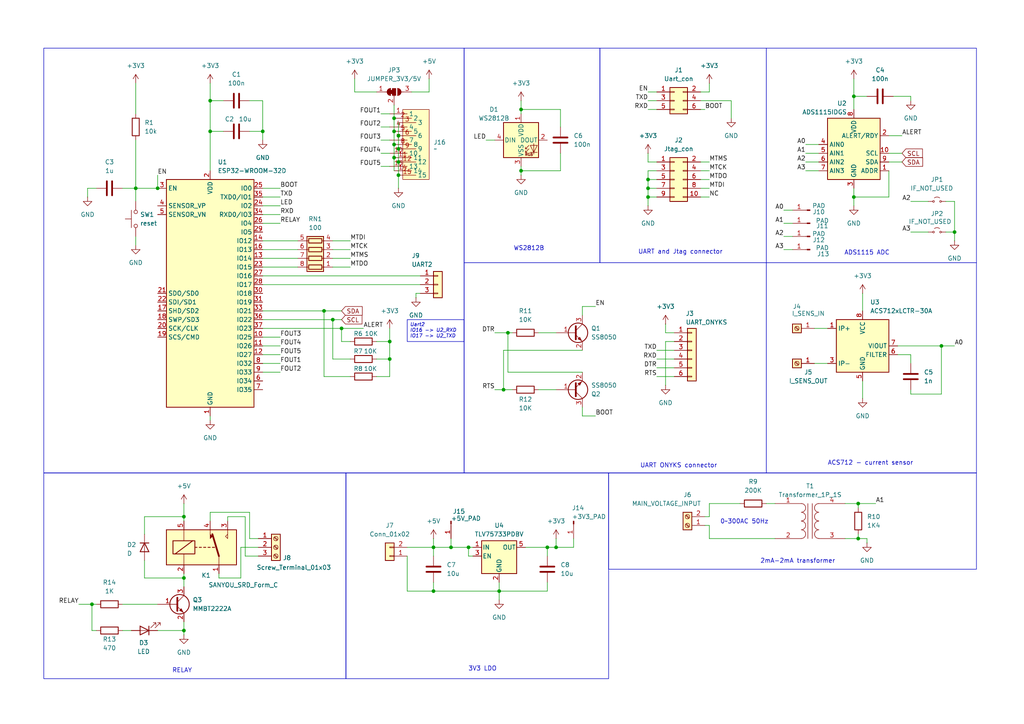
<source format=kicad_sch>
(kicad_sch (version 20231120) (generator "eeschema") (generator_version "8.0")
  (paper "A4")
  (title_block (title "ONYKS_iot_esp32_moitor_power") (rev "V1.1"))
  (junction (at 115.57 50.8))
  (junction (at 114.3 38.1))
  (junction (at 115.57 39.37))
  (junction (at 248.92 156.21))
  (junction (at 26.67 175.26))
  (junction (at 53.34 182.88))
  (junction (at 161.29 158.75))
  (junction (at 39.37 54.61))
  (junction (at 187.96 52.07))
  (junction (at 144.78 171.45))
  (junction (at 273.05 100.33))
  (junction (at 248.92 146.05))
  (junction (at 147.32 96.52))
  (junction (at 115.57 43.18))
  (junction (at 247.65 27.94))
  (junction (at 93.98 90.17))
  (junction (at 115.57 46.99))
  (junction (at 76.2 38.1))
  (junction (at 114.3 41.91))
  (junction (at 187.96 57.15))
  (junction (at 151.13 49.53))
  (junction (at 151.13 31.75))
  (junction (at 60.96 38.1))
  (junction (at 60.96 29.21))
  (junction (at 53.34 167.64))
  (junction (at 247.65 57.15))
  (junction (at 113.03 104.14))
  (junction (at 96.52 92.71))
  (junction (at 146.05 113.03))
  (junction (at 135.89 158.75))
  (junction (at 125.73 171.45))
  (junction (at 99.06 95.25))
  (junction (at 130.81 158.75))
  (junction (at 45.72 54.61))
  (junction (at 187.96 54.61))
  (junction (at 53.34 149.86))
  (junction (at 276.86 67.31))
  (junction (at 114.3 45.72))
  (junction (at 113.03 99.06))
  (junction (at 114.3 34.29))
  (junction (at 125.73 158.75))
  (junction (at 158.75 158.75))
  (wire (pts (xy 146.05 101.6) (xy 146.05 113.03)))
  (wire (pts (xy 146.05 113.03) (xy 148.59 113.03)))
  (wire (pts (xy 203.2 54.61) (xy 205.74 54.61)))
  (wire (pts (xy 63.5 166.37) (xy 63.5 167.64)))
  (wire (pts (xy 72.39 38.1) (xy 76.2 38.1)))
  (wire (pts (xy 60.96 151.13) (xy 60.96 148.59)))
  (wire (pts (xy 203.2 29.21) (xy 212.09 29.21)))
  (wire (pts (xy 115.57 46.99) (xy 115.57 50.8)))
  (wire (pts (xy 115.57 35.56) (xy 115.57 39.37)))
  (wire (pts (xy 161.29 158.75) (xy 158.75 158.75)))
  (wire (pts (xy 120.65 86.36) (xy 120.65 85.09)))
  (wire (pts (xy 247.65 22.86) (xy 247.65 27.94)))
  (wire (pts (xy 227.33 68.58) (xy 229.87 68.58)))
  (wire (pts (xy 53.34 149.86) (xy 53.34 151.13)))
  (wire (pts (xy 53.34 167.64) (xy 53.34 170.18)))
  (wire (pts (xy 248.92 154.94) (xy 248.92 156.21)))
  (wire (pts (xy 135.89 158.75) (xy 137.16 158.75)))
  (wire (pts (xy 236.22 105.41) (xy 240.03 105.41)))
  (wire (pts (xy 156.21 96.52) (xy 161.29 96.52)))
  (wire (pts (xy 45.72 50.8) (xy 45.72 54.61)))
  (wire (pts (xy 93.98 109.22) (xy 93.98 90.17)))
  (wire (pts (xy 113.03 109.22) (xy 109.22 109.22)))
  (wire (pts (xy 251.46 156.21) (xy 251.46 157.48)))
  (wire (pts (xy 53.34 180.34) (xy 53.34 182.88)))
  (wire (pts (xy 205.74 152.4) (xy 205.74 156.21)))
  (wire (pts (xy 260.35 102.87) (xy 264.16 102.87)))
  (wire (pts (xy 259.08 27.94) (xy 264.16 27.94)))
  (wire (pts (xy 247.65 27.94) (xy 251.46 27.94)))
  (wire (pts (xy 118.11 158.75) (xy 125.73 158.75)))
  (wire (pts (xy 193.04 93.98) (xy 193.04 96.52)))
  (wire (pts (xy 193.04 96.52) (xy 195.58 96.52)))
  (wire (pts (xy 248.92 146.05) (xy 254 146.05)))
  (wire (pts (xy 168.91 91.44) (xy 168.91 88.9)))
  (wire (pts (xy 190.5 109.22) (xy 195.58 109.22)))
  (wire (pts (xy 187.96 31.75) (xy 190.5 31.75)))
  (wire (pts (xy 273.05 100.33) (xy 273.05 114.3)))
  (wire (pts (xy 190.5 49.53) (xy 187.96 49.53)))
  (wire (pts (xy 39.37 68.58) (xy 39.37 71.12)))
  (wire (pts (xy 205.74 26.67) (xy 205.74 24.13)))
  (wire (pts (xy 135.89 161.29) (xy 135.89 158.75)))
  (wire (pts (xy 60.96 29.21) (xy 60.96 38.1)))
  (wire (pts (xy 115.57 50.8) (xy 115.57 54.61)))
  (wire (pts (xy 190.5 106.68) (xy 195.58 106.68)))
  (wire (pts (xy 190.5 57.15) (xy 187.96 57.15)))
  (wire (pts (xy 257.81 49.53) (xy 257.81 57.15)))
  (wire (pts (xy 168.91 107.95) (xy 147.32 107.95)))
  (wire (pts (xy 76.2 92.71) (xy 96.52 92.71)))
  (wire (pts (xy 151.13 29.21) (xy 151.13 31.75)))
  (wire (pts (xy 203.2 57.15) (xy 205.74 57.15)))
  (wire (pts (xy 102.87 26.67) (xy 109.22 26.67)))
  (wire (pts (xy 273.05 114.3) (xy 264.16 114.3)))
  (wire (pts (xy 26.67 175.26) (xy 27.94 175.26)))
  (wire (pts (xy 45.72 182.88) (xy 53.34 182.88)))
  (wire (pts (xy 257.81 44.45) (xy 261.62 44.45)))
  (wire (pts (xy 162.56 36.83) (xy 162.56 31.75)))
  (wire (pts (xy 63.5 167.64) (xy 69.85 167.64)))
  (wire (pts (xy 125.73 158.75) (xy 125.73 161.29)))
  (wire (pts (xy 151.13 49.53) (xy 151.13 50.8)))
  (wire (pts (xy 151.13 31.75) (xy 162.56 31.75)))
  (wire (pts (xy 114.3 30.48) (xy 114.3 34.29)))
  (wire (pts (xy 143.51 96.52) (xy 147.32 96.52)))
  (wire (pts (xy 227.33 64.77) (xy 229.87 64.77)))
  (wire (pts (xy 274.32 58.42) (xy 276.86 58.42)))
  (wire (pts (xy 72.39 156.21) (xy 74.93 156.21)))
  (wire (pts (xy 102.87 22.86) (xy 102.87 26.67)))
  (wire (pts (xy 76.2 57.15) (xy 81.28 57.15)))
  (wire (pts (xy 152.4 158.75) (xy 158.75 158.75)))
  (wire (pts (xy 76.2 90.17) (xy 93.98 90.17)))
  (wire (pts (xy 203.2 49.53) (xy 205.74 49.53)))
  (wire (pts (xy 113.03 104.14) (xy 113.03 109.22)))
  (wire (pts (xy 76.2 100.33) (xy 81.28 100.33)))
  (wire (pts (xy 72.39 29.21) (xy 76.2 29.21)))
  (wire (pts (xy 114.3 45.72) (xy 114.3 49.53)))
  (wire (pts (xy 187.96 29.21) (xy 190.5 29.21)))
  (wire (pts (xy 96.52 72.39) (xy 101.6 72.39)))
  (wire (pts (xy 39.37 24.13) (xy 39.37 33.02)))
  (wire (pts (xy 168.91 118.11) (xy 168.91 120.65)))
  (wire (pts (xy 76.2 105.41) (xy 81.28 105.41)))
  (wire (pts (xy 110.49 44.45) (xy 113.03 44.45)))
  (wire (pts (xy 147.32 96.52) (xy 148.59 96.52)))
  (wire (pts (xy 76.2 54.61) (xy 81.28 54.61)))
  (wire (pts (xy 273.05 100.33) (xy 276.86 100.33)))
  (wire (pts (xy 76.2 95.25) (xy 99.06 95.25)))
  (wire (pts (xy 257.81 57.15) (xy 247.65 57.15)))
  (wire (pts (xy 96.52 92.71) (xy 99.06 92.71)))
  (wire (pts (xy 227.33 72.39) (xy 229.87 72.39)))
  (wire (pts (xy 35.56 175.26) (xy 45.72 175.26)))
  (wire (pts (xy 101.6 109.22) (xy 93.98 109.22)))
  (wire (pts (xy 115.57 39.37) (xy 115.57 43.18)))
  (wire (pts (xy 118.11 171.45) (xy 125.73 171.45)))
  (wire (pts (xy 187.96 57.15) (xy 187.96 54.61)))
  (wire (pts (xy 125.73 158.75) (xy 130.81 158.75)))
  (wire (pts (xy 39.37 54.61) (xy 39.37 58.42)))
  (wire (pts (xy 99.06 95.25) (xy 105.41 95.25)))
  (wire (pts (xy 125.73 156.21) (xy 125.73 158.75)))
  (wire (pts (xy 276.86 58.42) (xy 276.86 67.31)))
  (wire (pts (xy 125.73 168.91) (xy 125.73 171.45)))
  (wire (pts (xy 66.04 151.13) (xy 66.04 149.86)))
  (wire (pts (xy 76.2 72.39) (xy 86.36 72.39)))
  (wire (pts (xy 151.13 31.75) (xy 151.13 33.02)))
  (wire (pts (xy 168.91 120.65) (xy 172.72 120.65)))
  (wire (pts (xy 264.16 102.87) (xy 264.16 105.41)))
  (wire (pts (xy 101.6 104.14) (xy 96.52 104.14)))
  (wire (pts (xy 26.67 182.88) (xy 26.67 175.26)))
  (wire (pts (xy 35.56 182.88) (xy 38.1 182.88)))
  (wire (pts (xy 69.85 158.75) (xy 74.93 158.75)))
  (wire (pts (xy 27.94 182.88) (xy 26.67 182.88)))
  (wire (pts (xy 187.96 44.45) (xy 187.96 46.99)))
  (wire (pts (xy 250.19 85.09) (xy 250.19 90.17)))
  (wire (pts (xy 190.5 52.07) (xy 187.96 52.07)))
  (wire (pts (xy 151.13 48.26) (xy 151.13 49.53)))
  (wire (pts (xy 72.39 148.59) (xy 72.39 156.21)))
  (wire (pts (xy 144.78 171.45) (xy 144.78 168.91)))
  (wire (pts (xy 227.33 60.96) (xy 229.87 60.96)))
  (wire (pts (xy 257.81 39.37) (xy 261.62 39.37)))
  (wire (pts (xy 39.37 40.64) (xy 39.37 54.61)))
  (wire (pts (xy 119.38 26.67) (xy 124.46 26.67)))
  (wire (pts (xy 96.52 77.47) (xy 101.6 77.47)))
  (wire (pts (xy 109.22 104.14) (xy 113.03 104.14)))
  (wire (pts (xy 71.12 149.86) (xy 71.12 161.29)))
  (wire (pts (xy 264.16 114.3) (xy 264.16 113.03)))
  (wire (pts (xy 66.04 149.86) (xy 71.12 149.86)))
  (wire (pts (xy 233.68 41.91) (xy 237.49 41.91)))
  (wire (pts (xy 60.96 29.21) (xy 64.77 29.21)))
  (wire (pts (xy 143.51 113.03) (xy 146.05 113.03)))
  (wire (pts (xy 248.92 156.21) (xy 251.46 156.21)))
  (wire (pts (xy 205.74 149.86) (xy 205.74 146.05)))
  (wire (pts (xy 151.13 49.53) (xy 162.56 49.53)))
  (wire (pts (xy 245.11 156.21) (xy 248.92 156.21)))
  (wire (pts (xy 41.91 162.56) (xy 41.91 167.64)))
  (wire (pts (xy 156.21 113.03) (xy 161.29 113.03)))
  (wire (pts (xy 110.49 40.64) (xy 113.03 40.64)))
  (wire (pts (xy 41.91 167.64) (xy 53.34 167.64)))
  (wire (pts (xy 60.96 148.59) (xy 72.39 148.59)))
  (wire (pts (xy 158.75 158.75) (xy 158.75 161.29)))
  (wire (pts (xy 264.16 29.21) (xy 264.16 27.94)))
  (wire (pts (xy 205.74 156.21) (xy 224.79 156.21)))
  (wire (pts (xy 130.81 158.75) (xy 135.89 158.75)))
  (wire (pts (xy 109.22 99.06) (xy 113.03 99.06)))
  (wire (pts (xy 147.32 107.95) (xy 147.32 96.52)))
  (wire (pts (xy 247.65 57.15) (xy 247.65 59.69)))
  (wire (pts (xy 193.04 111.76) (xy 193.04 99.06)))
  (wire (pts (xy 99.06 99.06) (xy 99.06 95.25)))
  (wire (pts (xy 222.25 146.05) (xy 224.79 146.05)))
  (wire (pts (xy 190.5 101.6) (xy 195.58 101.6)))
  (wire (pts (xy 114.3 41.91) (xy 114.3 45.72)))
  (wire (pts (xy 137.16 161.29) (xy 135.89 161.29)))
  (wire (pts (xy 110.49 48.26) (xy 113.03 48.26)))
  (wire (pts (xy 190.5 104.14) (xy 195.58 104.14)))
  (wire (pts (xy 39.37 54.61) (xy 45.72 54.61)))
  (wire (pts (xy 187.96 52.07) (xy 187.96 54.61)))
  (wire (pts (xy 60.96 120.65) (xy 60.96 121.92)))
  (wire (pts (xy 110.49 36.83) (xy 113.03 36.83)))
  (wire (pts (xy 257.81 46.99) (xy 261.62 46.99)))
  (wire (pts (xy 187.96 49.53) (xy 187.96 52.07)))
  (wire (pts (xy 113.03 99.06) (xy 113.03 104.14)))
  (wire (pts (xy 76.2 64.77) (xy 81.28 64.77)))
  (wire (pts (xy 93.98 90.17) (xy 99.06 90.17)))
  (wire (pts (xy 76.2 80.01) (xy 121.92 80.01)))
  (wire (pts (xy 76.2 97.79) (xy 81.28 97.79)))
  (wire (pts (xy 187.96 54.61) (xy 190.5 54.61)))
  (wire (pts (xy 233.68 46.99) (xy 237.49 46.99)))
  (wire (pts (xy 53.34 167.64) (xy 53.34 166.37)))
  (wire (pts (xy 124.46 26.67) (xy 124.46 22.86)))
  (wire (pts (xy 115.57 43.18) (xy 115.57 46.99)))
  (wire (pts (xy 203.2 26.67) (xy 205.74 26.67)))
  (wire (pts (xy 166.37 156.21) (xy 166.37 158.75)))
  (wire (pts (xy 118.11 161.29) (xy 118.11 171.45)))
  (wire (pts (xy 205.74 146.05) (xy 214.63 146.05)))
  (wire (pts (xy 35.56 54.61) (xy 39.37 54.61)))
  (wire (pts (xy 158.75 168.91) (xy 158.75 171.45)))
  (wire (pts (xy 69.85 167.64) (xy 69.85 158.75)))
  (wire (pts (xy 96.52 74.93) (xy 101.6 74.93)))
  (wire (pts (xy 76.2 62.23) (xy 81.28 62.23)))
  (wire (pts (xy 144.78 171.45) (xy 158.75 171.45)))
  (wire (pts (xy 96.52 104.14) (xy 96.52 92.71)))
  (wire (pts (xy 60.96 38.1) (xy 64.77 38.1)))
  (wire (pts (xy 114.3 34.29) (xy 114.3 38.1)))
  (wire (pts (xy 41.91 154.94) (xy 41.91 149.86)))
  (wire (pts (xy 203.2 31.75) (xy 204.47 31.75)))
  (wire (pts (xy 130.81 156.21) (xy 130.81 158.75)))
  (wire (pts (xy 260.35 100.33) (xy 273.05 100.33)))
  (wire (pts (xy 233.68 44.45) (xy 237.49 44.45)))
  (wire (pts (xy 76.2 59.69) (xy 81.28 59.69)))
  (wire (pts (xy 203.2 52.07) (xy 205.74 52.07)))
  (wire (pts (xy 125.73 171.45) (xy 144.78 171.45)))
  (wire (pts (xy 236.22 95.25) (xy 240.03 95.25)))
  (wire (pts (xy 110.49 33.02) (xy 113.03 33.02)))
  (wire (pts (xy 187.96 26.67) (xy 190.5 26.67)))
  (wire (pts (xy 248.92 146.05) (xy 248.92 147.32)))
  (wire (pts (xy 162.56 44.45) (xy 162.56 49.53)))
  (wire (pts (xy 96.52 69.85) (xy 101.6 69.85)))
  (wire (pts (xy 60.96 24.13) (xy 60.96 29.21)))
  (wire (pts (xy 144.78 171.45) (xy 144.78 173.99)))
  (wire (pts (xy 140.97 40.64) (xy 143.51 40.64)))
  (wire (pts (xy 233.68 49.53) (xy 237.49 49.53)))
  (wire (pts (xy 76.2 102.87) (xy 81.28 102.87)))
  (wire (pts (xy 274.32 67.31) (xy 276.86 67.31)))
  (wire (pts (xy 60.96 38.1) (xy 60.96 49.53)))
  (wire (pts (xy 53.34 182.88) (xy 53.34 184.15)))
  (wire (pts (xy 212.09 29.21) (xy 212.09 34.29)))
  (wire (pts (xy 161.29 156.21) (xy 161.29 158.75)))
  (wire (pts (xy 250.19 110.49) (xy 250.19 115.57)))
  (wire (pts (xy 264.16 58.42) (xy 269.24 58.42)))
  (wire (pts (xy 114.3 38.1) (xy 114.3 41.91)))
  (wire (pts (xy 113.03 95.25) (xy 113.03 99.06)))
  (wire (pts (xy 204.47 149.86) (xy 205.74 149.86)))
  (wire (pts (xy 245.11 146.05) (xy 248.92 146.05)))
  (wire (pts (xy 276.86 67.31) (xy 276.86 69.85)))
  (wire (pts (xy 22.86 175.26) (xy 26.67 175.26)))
  (wire (pts (xy 76.2 29.21) (xy 76.2 38.1)))
  (wire (pts (xy 76.2 74.93) (xy 86.36 74.93)))
  (wire (pts (xy 76.2 38.1) (xy 76.2 40.64)))
  (wire (pts (xy 76.2 69.85) (xy 86.36 69.85)))
  (wire (pts (xy 203.2 46.99) (xy 205.74 46.99)))
  (wire (pts (xy 166.37 158.75) (xy 161.29 158.75)))
  (wire (pts (xy 120.65 85.09) (xy 121.92 85.09)))
  (wire (pts (xy 71.12 161.29) (xy 74.93 161.29)))
  (wire (pts (xy 76.2 82.55) (xy 121.92 82.55)))
  (wire (pts (xy 25.4 54.61) (xy 27.94 54.61)))
  (wire (pts (xy 168.91 101.6) (xy 146.05 101.6)))
  (wire (pts (xy 101.6 99.06) (xy 99.06 99.06)))
  (wire (pts (xy 187.96 46.99) (xy 190.5 46.99)))
  (wire (pts (xy 247.65 27.94) (xy 247.65 31.75)))
  (wire (pts (xy 25.4 57.15) (xy 25.4 54.61)))
  (wire (pts (xy 187.96 57.15) (xy 187.96 59.69)))
  (wire (pts (xy 53.34 146.05) (xy 53.34 149.86)))
  (wire (pts (xy 247.65 54.61) (xy 247.65 57.15)))
  (wire (pts (xy 204.47 152.4) (xy 205.74 152.4)))
  (wire (pts (xy 193.04 99.06) (xy 195.58 99.06)))
  (wire (pts (xy 76.2 77.47) (xy 86.36 77.47)))
  (wire (pts (xy 264.16 67.31) (xy 269.24 67.31)))
  (wire (pts (xy 41.91 149.86) (xy 53.34 149.86)))
  (wire (pts (xy 76.2 107.95) (xy 81.28 107.95)))
  (wire (pts (xy 168.91 88.9) (xy 172.72 88.9)))
  (rectangle (start 12.7 13.97) (end 134.62 137.16))
  (rectangle (start 173.99 13.97) (end 222.25 76.2))
  (rectangle (start 176.53 137.16) (end 283.21 165.1))
  (rectangle (start 222.25 13.97) (end 283.21 76.2))
  (rectangle (start 12.7 137.16) (end 100.33 196.85))
  (rectangle (start 100.33 137.16) (end 176.53 196.85))
  (rectangle (start 222.25 76.2) (end 283.21 137.16))
  (rectangle (start 134.62 76.2) (end 222.25 137.16))
  (rectangle (start 134.62 13.97) (end 173.99 76.2))
  (text_box "Uart2\nIO16 -> U2_RXD\nIO17 -> U2_TXD " (at 118.11 92.71 0) (size 16.51 6.35) (effects (font (size 1.016 1.016) (italic yes)) (justify left top)))
  (text "ACS712 - current sensor" (at 252.476 134.366 0) (effects (font (size 1.27 1.27))))
  (text "UART and Jtag connector" (at 197.358 73.152 0) (effects (font (size 1.27 1.27))))
  (text "UART ONYKS connector" (at 196.85 135.128 0) (effects (font (size 1.27 1.27))))
  (text "ADS1115 ADC" (at 251.46 73.406 0) (effects (font (size 1.27 1.27))))
  (text "WS2812B" (at 153.416 72.136 0) (effects (font (size 1.27 1.27))))
  (text "2mA-2mA transformer" (at 231.394 162.814 0) (effects (font (size 1.27 1.27))))
  (text "0~300AC 50Hz\n" (at 215.9 151.384 0) (effects (font (size 1.27 1.27))))
  (text "3V3 LDO" (at 139.954 194.056 0) (effects (font (size 1.27 1.27))))
  (text "RELAY" (at 52.832 194.564 0) (effects (font (size 1.27 1.27))))
  (label "MTMS" (at 101.6 74.93 0))
  (label "MTCK" (at 205.74 49.53 0))
  (label "A0" (at 233.68 41.91 180))
  (label "MTDO" (at 101.6 77.47 0))
  (label "A1" (at 227.33 64.77 180))
  (label "ALERT" (at 105.41 95.25 0))
  (label "FOUT5" (at 81.28 102.87 0))
  (label "A2" (at 233.68 46.99 180))
  (label "MTCK" (at 101.6 72.39 0))
  (label "A1" (at 254 146.05 0))
  (label "FOUT4" (at 110.49 44.45 180))
  (label "FOUT5" (at 110.49 48.26 180))
  (label "DTR" (at 190.5 106.68 180))
  (label "MTMS" (at 205.74 46.99 0))
  (label "A2" (at 264.16 58.42 180))
  (label "RXD" (at 81.28 62.23 0))
  (label "FOUT4" (at 81.28 100.33 0))
  (label "BOOT" (at 172.72 120.65 0))
  (label "BOOT" (at 204.47 31.75 0))
  (label "BOOT" (at 81.28 54.61 0))
  (label "EN" (at 45.72 50.8 0))
  (label "FOUT3" (at 110.49 40.64 180))
  (label "MTDI" (at 101.6 69.85 0))
  (label "A2" (at 227.33 68.58 180))
  (label "RTS" (at 190.5 109.22 180))
  (label "FOUT1" (at 81.28 105.41 0))
  (label "A3" (at 227.33 72.39 180))
  (label "RXD" (at 190.5 104.14 180))
  (label "RXD" (at 187.96 31.75 180))
  (label "MTDO" (at 205.74 52.07 0))
  (label "ALERT" (at 261.62 39.37 0))
  (label "FOUT1" (at 110.49 33.02 180))
  (label "A3" (at 233.68 49.53 180))
  (label "A1" (at 233.68 44.45 180))
  (label "MTDI" (at 205.74 54.61 0))
  (label "RELAY" (at 81.28 64.77 0))
  (label "EN" (at 187.96 26.67 180))
  (label "FOUT2" (at 110.49 36.83 180))
  (label "FOUT3" (at 81.28 97.79 0))
  (label "EN" (at 172.72 88.9 0))
  (label "A0" (at 276.86 100.33 0))
  (label "DTR" (at 143.51 96.52 180))
  (label "RTS" (at 143.51 113.03 180))
  (label "FOUT2" (at 81.28 107.95 0))
  (label "LED" (at 81.28 59.69 0))
  (label "LED" (at 140.97 40.64 180))
  (label "A3" (at 264.16 67.31 180))
  (label "RELAY" (at 22.86 175.26 180))
  (label "NC" (at 205.74 57.15 0))
  (label "TXD" (at 187.96 29.21 180))
  (label "A0" (at 227.33 60.96 180))
  (label "TXD" (at 81.28 57.15 0))
  (label "TXD" (at 190.5 101.6 180))
  (global_label "SDA" (shape input) (at 99.06 90.17 0) (property "Intersheetrefs" "${INTERSHEET_REFS}" (effects (hide yes))))
  (global_label "SCL" (shape input) (at 261.62 44.45 0) (property "Intersheetrefs" "${INTERSHEET_REFS}" (effects (hide yes))))
  (global_label "SDA" (shape input) (at 261.62 46.99 0) (property "Intersheetrefs" "${INTERSHEET_REFS}" (effects (hide yes))))
  (global_label "SCL" (shape input) (at 99.06 92.71 0) (property "Intersheetrefs" "${INTERSHEET_REFS}" (effects (hide yes))))
  (symbol (lib_id "macmysz:pin_03x05") (at 114.3 33.02 0) (unit 1)
    (property "Reference" "J16" (at 125.73 41.2749 0) (effects (justify left)))
    (property "Value" "~" (at 125.73 43.18 0) (effects (justify left)))
    (property "Footprint" "macmysz:CONN_03x05" (effects (hide yes)))
  )
  (symbol (lib_id "power:GND") (at 193.04 111.76 0) (unit 1)
    (property "Reference" "#PWR020" (effects (hide yes)))
    (property "Value" "GND" (at 193.04 116.84 0))
    (property "Description" "Power symbol creates a global label with name \"GND\" , ground" (effects (hide yes)))
  )
  (symbol (lib_id "power:GND") (at 120.65 86.36 0) (unit 1)
    (property "Reference" "#PWR027" (effects (hide yes)))
    (property "Value" "GND" (at 120.65 91.44 0))
    (property "Description" "Power symbol creates a global label with name \"GND\" , ground" (effects (hide yes)))
  )
  (symbol (lib_id "Device:C") (at 162.56 40.64 0) (unit 1)
    (property "Reference" "C6" (at 166.37 39.3699 0) (effects (justify left)))
    (property "Value" "100n" (at 166.37 41.9099 0) (effects (justify left)))
    (property "Footprint" "Capacitor_SMD:C_0805_2012Metric" (effects (hide yes)))
    (property "Description" "Unpolarized capacitor" (effects (hide yes)))
  )
  (symbol (lib_id "power:GND") (at 60.96 121.92 0) (unit 1)
    (property "Reference" "#PWR01" (effects (hide yes)))
    (property "Value" "GND" (at 60.96 127 0))
    (property "Description" "Power symbol creates a global label with name \"GND\" , ground" (effects (hide yes)))
  )
  (symbol (lib_id "Analog_ADC:ADS1115IDGS") (at 247.65 44.45 0) (unit 1)
    (property "Reference" "U2" (at 242.824 29.972 0) (effects (justify left)))
    (property "Value" "ADS1115IDGS" (at 232.664 32.512 0) (effects (justify left)))
    (property "Footprint" "Package_SO:TSSOP-10_3x3mm_P0.5mm" (effects (hide yes)))
    (property "Datasheet" "http://www.ti.com/lit/ds/symlink/ads1113.pdf" (effects (hide yes)))
    (property "Description" "Ultra-Small, Low-Power, I2C-Compatible, 860-SPS, 16-Bit ADCs With Internal Reference, Oscillator, and Programmable Comparator, VSSOP-10" (effects (hide yes)))
  )
  (symbol (lib_id "Transistor_BJT:MMBT2222A") (at 50.8 175.26 0) (unit 1)
    (property "Reference" "Q3" (at 55.88 173.9899 0) (effects (justify left)))
    (property "Value" "MMBT2222A" (at 55.88 176.5299 0) (effects (justify left)))
    (property "Footprint" "Package_TO_SOT_SMD:SOT-23" (effects (hide yes)))
    (property "Datasheet" "https://assets.nexperia.com/documents/data-sheet/MMBT2222A.pdf" (effects (hide yes)))
    (property "Description" "600mA Ic, 40V Vce, NPN Transistor, SOT-23" (effects (hide yes)))
  )
  (symbol (lib_id "Connector:Conn_01x01_Pin") (at 234.95 60.96 180) (unit 1)
    (property "Reference" "J10" (at 237.49 61.468 0))
    (property "Value" "PAD" (at 237.49 59.69 0))
    (property "Footprint" "TestPoint:TestPoint_Pad_D1.0mm" (effects (hide yes)))
    (property "Description" "Generic connector, single row, 01x01, script generated" (effects (hide yes)))
  )
  (symbol (lib_id "Device:R") (at 248.92 151.13 0) (unit 1)
    (property "Reference" "R10" (at 251.46 149.8599 0) (effects (justify left)))
    (property "Value" "1K4" (at 251.46 152.3999 0) (effects (justify left)))
    (property "Footprint" "Resistor_SMD:R_0805_2012Metric" (effects (hide yes)))
    (property "Description" "Resistor" (effects (hide yes)))
  )
  (symbol (lib_id "Device:C") (at 158.75 165.1 0) (unit 1)
    (property "Reference" "C8" (at 162.56 163.8299 0) (effects (justify left)))
    (property "Value" "10u" (at 162.56 166.3699 0) (effects (justify left)))
    (property "Footprint" "Capacitor_SMD:C_0805_2012Metric" (effects (hide yes)))
    (property "Description" "Unpolarized capacitor" (effects (hide yes)))
  )
  (symbol (lib_id "power:+3V3") (at 247.65 22.86 0) (unit 1)
    (property "Reference" "#PWR012" (effects (hide yes)))
    (property "Value" "+3V3" (at 247.65 17.78 0))
    (property "Description" "Power symbol creates a global label with name \"+3V3\"" (effects (hide yes)))
  )
  (symbol (lib_id "Relay:SANYOU_SRD_Form_C") (at 58.42 158.75 0) (unit 1)
    (property "Reference" "K1" (at 58.42 166.878 0) (effects (justify left)))
    (property "Value" "SANYOU_SRD_Form_C" (at 60.452 169.672 0) (effects (justify left)))
    (property "Footprint" "Relay_THT:Relay_SPDT_SANYOU_SRD_Series_Form_C" (effects (hide yes)))
    (property "Datasheet" "http://www.sanyourelay.ca/public/products/pdf/SRD.pdf" (effects (hide yes)))
    (property "Description" "Sanyo SRD relay, Single Pole Miniature Power Relay," (effects (hide yes)))
  )
  (symbol (lib_id "power:GND") (at 187.96 59.69 0) (unit 1)
    (property "Reference" "#PWR010" (effects (hide yes)))
    (property "Value" "GND" (at 187.96 64.77 0))
    (property "Description" "Power symbol creates a global label with name \"GND\" , ground" (effects (hide yes)))
  )
  (symbol (lib_id "LED:WS2812B") (at 151.13 40.64 0) (unit 1)
    (property "Reference" "D1" (at 143.256 31.75 0))
    (property "Value" "WS2812B" (at 143.256 34.29 0))
    (property "Footprint" "LED_SMD:LED_WS2812B_PLCC4_5.0x5.0mm_P3.2mm" (effects (hide yes)))
    (property "Datasheet" "https://cdn-shop.adafruit.com/datasheets/WS2812B.pdf" (effects (hide yes)))
    (property "Description" "RGB LED with integrated controller" (effects (hide yes)))
  )
  (symbol (lib_id "Connector:Conn_01x01_Pin") (at 130.81 151.13 270) (unit 1)
    (property "Reference" "J15" (at 131.318 148.336 90) (effects (justify left)))
    (property "Value" "+5V_PAD" (at 130.81 150.368 90) (effects (justify left)))
    (property "Footprint" "TestPoint:TestPoint_Pad_D1.5mm" (effects (hide yes)))
    (property "Description" "Generic connector, single row, 01x01, script generated" (effects (hide yes)))
  )
  (symbol (lib_id "Connector:Conn_01x01_Pin") (at 166.37 151.13 270) (unit 1)
    (property "Reference" "J14" (at 165.862 147.32 90) (effects (justify left)))
    (property "Value" "+3V3_PAD" (at 165.862 149.86 90) (effects (justify left)))
    (property "Footprint" "TestPoint:TestPoint_Pad_D1.5mm" (effects (hide yes)))
    (property "Description" "Generic connector, single row, 01x01, script generated" (effects (hide yes)))
  )
  (symbol (lib_id "power:GND") (at 212.09 34.29 0) (unit 1)
    (property "Reference" "#PWR07" (effects (hide yes)))
    (property "Value" "GND" (at 212.09 39.37 0))
    (property "Description" "Power symbol creates a global label with name \"GND\" , ground" (effects (hide yes)))
  )
  (symbol (lib_id "Connector:Conn_01x01_Pin") (at 234.95 72.39 180) (unit 1)
    (property "Reference" "J13" (at 238.76 73.66 0))
    (property "Value" "PAD" (at 238.506 71.882 0))
    (property "Footprint" "TestPoint:TestPoint_Pad_D1.0mm" (effects (hide yes)))
    (property "Description" "Generic connector, single row, 01x01, script generated" (effects (hide yes)))
  )
  (symbol (lib_id "Device:R") (at 39.37 36.83 180) (unit 1)
    (property "Reference" "R1" (at 41.91 35.5599 0) (effects (justify right)))
    (property "Value" "10k" (at 41.91 38.0999 0) (effects (justify right)))
    (property "Footprint" "Resistor_SMD:R_0805_2012Metric" (effects (hide yes)))
    (property "Description" "Resistor" (effects (hide yes)))
  )
  (symbol (lib_id "power:+3V3") (at 60.96 24.13 0) (unit 1)
    (property "Reference" "#PWR02" (effects (hide yes)))
    (property "Value" "+3V3" (at 60.96 19.05 0))
    (property "Description" "Power symbol creates a global label with name \"+3V3\"" (effects (hide yes)))
  )
  (symbol (lib_id "Transistor_BJT:SS8050") (at 166.37 96.52 0) (unit 1)
    (property "Reference" "Q1" (at 171.45 95.2499 0) (effects (justify left)))
    (property "Value" "SS8050" (at 171.45 97.7899 0) (effects (justify left)))
    (property "Footprint" "Package_TO_SOT_SMD:SOT-23-3" (effects (hide yes)))
    (property "Datasheet" "http://www.secosgmbh.com/datasheet/products/SSMPTransistor/SOT-23/SS8050.pdf" (effects (hide yes)))
    (property "Description" "General Purpose NPN Transistor, 1.5A Ic, 25V Vce, SOT-23" (effects (hide yes)))
  )
  (symbol (lib_id "Device:C") (at 68.58 38.1 90) (unit 1)
    (property "Reference" "C2" (at 66.548 34.544 90))
    (property "Value" "10u" (at 71.12 34.544 90))
    (property "Footprint" "Capacitor_SMD:C_0805_2012Metric" (effects (hide yes)))
    (property "Description" "Unpolarized capacitor" (effects (hide yes)))
  )
  (symbol (lib_id "Connector:Conn_01x01_Pin") (at 234.95 64.77 180) (unit 1)
    (property "Reference" "J11" (at 238.506 65.532 0))
    (property "Value" "PAD" (at 238.506 64.008 0))
    (property "Footprint" "TestPoint:TestPoint_Pad_D1.0mm" (effects (hide yes)))
    (property "Description" "Generic connector, single row, 01x01, script generated" (effects (hide yes)))
  )
  (symbol (lib_id "Device:R") (at 105.41 99.06 270) (unit 1)
    (property "Reference" "R6" (at 103.886 96.774 90))
    (property "Value" "10K" (at 107.696 96.774 90))
    (property "Footprint" "Resistor_SMD:R_0805_2012Metric" (effects (hide yes)))
    (property "Description" "Resistor" (effects (hide yes)))
  )
  (symbol (lib_id "power:+3V3") (at 151.13 29.21 0) (unit 1)
    (property "Reference" "#PWR018" (effects (hide yes)))
    (property "Value" "+3V3" (at 151.13 24.13 0))
    (property "Description" "Power symbol creates a global label with name \"+3V3\"" (effects (hide yes)))
  )
  (symbol (lib_id "power:+3V3") (at 250.19 85.09 0) (unit 1)
    (property "Reference" "#PWR016" (effects (hide yes)))
    (property "Value" "+3V3" (at 250.19 80.01 0))
    (property "Description" "Power symbol creates a global label with name \"+3V3\"" (effects (hide yes)))
  )
  (symbol (lib_id "Connector:Screw_Terminal_01x01") (at 231.14 95.25 180) (unit 1)
    (property "Reference" "J4" (at 231.14 88.9 0))
    (property "Value" "I_SENS_IN" (at 234.442 90.932 0))
    (property "Footprint" "macmysz:Screw Terminal M4 8x8" (effects (hide yes)))
    (property "Description" "Generic screw terminal, single row, 01x01, script generated (kicad-library-utils/schlib/autogen/connector/)" (effects (hide yes)))
  )
  (symbol (lib_id "Connector_Generic:Conn_01x02") (at 113.03 161.29 180) (unit 1)
    (property "Reference" "J7" (at 113.03 152.4 0))
    (property "Value" "Conn_01x02" (at 113.03 154.94 0))
    (property "Footprint" "Connector_PinHeader_2.54mm:PinHeader_1x02_P2.54mm_Vertical" (effects (hide yes)))
    (property "Description" "Generic connector, single row, 01x02, script generated (kicad-library-utils/schlib/autogen/connector/)" (effects (hide yes)))
  )
  (symbol (lib_id "power:+3V3") (at 39.37 24.13 0) (unit 1)
    (property "Reference" "#PWR05" (effects (hide yes)))
    (property "Value" "+3V3" (at 39.37 19.05 0))
    (property "Description" "Power symbol creates a global label with name \"+3V3\"" (effects (hide yes)))
  )
  (symbol (lib_id "Connector_Generic:Conn_01x03") (at 127 82.55 0) (unit 1)
    (property "Reference" "J9" (at 119.38 74.168 0) (effects (justify left)))
    (property "Value" "UART2" (at 119.38 76.708 0) (effects (justify left)))
    (property "Footprint" "Connector_PinHeader_2.54mm:PinHeader_1x03_P2.54mm_Vertical" (effects (hide yes)))
    (property "Description" "Generic connector, single row, 01x03, script generated (kicad-library-utils/schlib/autogen/connector/)" (effects (hide yes)))
  )
  (symbol (lib_id "Connector_Generic:Conn_01x06") (at 200.66 101.6 0) (unit 1)
    (property "Reference" "J3" (at 198.882 90.932 0) (effects (justify left)))
    (property "Value" "UART_ONYKS" (at 198.882 93.472 0) (effects (justify left)))
    (property "Footprint" "Connector_PinHeader_2.54mm:PinHeader_1x06_P2.54mm_Vertical" (effects (hide yes)))
    (property "Description" "Generic connector, single row, 01x06, script generated (kicad-library-utils/schlib/autogen/connector/)" (effects (hide yes)))
  )
  (symbol (lib_id "power:GND") (at 144.78 173.99 0) (unit 1)
    (property "Reference" "#PWR022" (effects (hide yes)))
    (property "Value" "GND" (at 144.78 179.07 0))
    (property "Description" "Power symbol creates a global label with name \"GND\" , ground" (effects (hide yes)))
  )
  (symbol (lib_id "power:GND") (at 151.13 50.8 0) (unit 1)
    (property "Reference" "#PWR017" (effects (hide yes)))
    (property "Value" "GND" (at 151.13 55.88 0))
    (property "Description" "Power symbol creates a global label with name \"GND\" , ground" (effects (hide yes)))
  )
  (symbol (lib_id "power:+5V") (at 124.46 22.86 0) (unit 1)
    (property "Reference" "#PWR029" (effects (hide yes)))
    (property "Value" "+5V" (at 124.46 17.78 0))
    (property "Description" "Power symbol creates a global label with name \"+5V\"" (effects (hide yes)))
  )
  (symbol (lib_id "Device:C") (at 125.73 165.1 0) (unit 1)
    (property "Reference" "C7" (at 129.54 163.8299 0) (effects (justify left)))
    (property "Value" "10u" (at 129.54 166.3699 0) (effects (justify left)))
    (property "Footprint" "Capacitor_SMD:C_0805_2012Metric" (effects (hide yes)))
    (property "Description" "Unpolarized capacitor" (effects (hide yes)))
  )
  (symbol (lib_id "Connector:Screw_Terminal_01x02") (at 199.39 152.4 180) (unit 1)
    (property "Reference" "J6" (at 199.39 143.51 0))
    (property "Value" "MAIN_VOLTAGE_INPUT" (at 193.294 146.05 0))
    (property "Footprint" "TerminalBlock:TerminalBlock_bornier-2_P5.08mm" (effects (hide yes)))
    (property "Description" "Generic screw terminal, single row, 01x02, script generated (kicad-library-utils/schlib/autogen/connector/)" (effects (hide yes)))
  )
  (symbol (lib_id "Device:Transformer_1P_1S") (at 234.95 151.13 0) (unit 1)
    (property "Reference" "T1" (at 234.9627 140.97 0))
    (property "Value" "Transformer_1P_1S" (at 234.9627 143.51 0))
    (property "Footprint" "macmysz:ZMPT101B" (effects (hide yes)))
    (property "Description" "Transformer, single primary, single secondary" (effects (hide yes)))
  )
  (symbol (lib_id "Device:R_Pack04") (at 91.44 72.39 90) (unit 1)
    (property "Reference" "RN1" (at 91.44 63.5 90))
    (property "Value" "100" (at 91.44 66.04 90))
    (property "Footprint" "Resistor_SMD:R_Array_Concave_4x0603" (effects (hide yes)))
    (property "Description" "4 resistor network, parallel topology" (effects (hide yes)))
  )
  (symbol (lib_id "power:GND") (at 247.65 59.69 0) (unit 1)
    (property "Reference" "#PWR013" (effects (hide yes)))
    (property "Value" "GND" (at 247.65 64.77 0))
    (property "Description" "Power symbol creates a global label with name \"GND\" , ground" (effects (hide yes)))
  )
  (symbol (lib_id "Sensor_Current:ACS712xLCTR-30A") (at 250.19 100.33 0) (unit 1)
    (property "Reference" "U3" (at 252.3841 87.63 0) (effects (justify left)))
    (property "Value" "ACS712xLCTR-30A" (at 252.3841 90.17 0) (effects (justify left)))
    (property "Footprint" "Package_SO:SOIC-8_3.9x4.9mm_P1.27mm" (effects (hide yes)))
    (property "Datasheet" "http://www.allegromicro.com/~/media/Files/Datasheets/ACS712-Datasheet.ashx?la=en" (effects (hide yes)))
    (property "Description" "±30A Bidirectional Hall-Effect Current Sensor, +5.0V supply, 66mV/A, SOIC-8" (effects (hide yes)))
  )
  (symbol (lib_id "Device:C") (at 31.75 54.61 90) (unit 1)
    (property "Reference" "C3" (at 31.75 46.99 90))
    (property "Value" "1u" (at 31.75 49.53 90))
    (property "Footprint" "Capacitor_SMD:C_0805_2012Metric" (effects (hide yes)))
    (property "Description" "Unpolarized capacitor" (effects (hide yes)))
  )
  (symbol (lib_id "Device:C") (at 264.16 109.22 180) (unit 1)
    (property "Reference" "C5" (at 267.97 107.9499 0) (effects (justify right)))
    (property "Value" "1n" (at 267.97 110.4899 0) (effects (justify right)))
    (property "Footprint" "Capacitor_SMD:C_0805_2012Metric" (effects (hide yes)))
    (property "Description" "Unpolarized capacitor" (effects (hide yes)))
  )
  (symbol (lib_id "power:+3V3") (at 205.74 24.13 0) (unit 1)
    (property "Reference" "#PWR06" (effects (hide yes)))
    (property "Value" "+3V3" (at 205.74 19.05 0))
    (property "Description" "Power symbol creates a global label with name \"+3V3\"" (effects (hide yes)))
  )
  (symbol (lib_id "power:GND") (at 251.46 157.48 0) (unit 1)
    (property "Reference" "#PWR021" (effects (hide yes)))
    (property "Value" "GND" (at 251.46 162.56 0))
    (property "Description" "Power symbol creates a global label with name \"GND\" , ground" (effects (hide yes)))
  )
  (symbol (lib_id "power:GND") (at 53.34 184.15 0) (unit 1)
    (property "Reference" "#PWR026" (effects (hide yes)))
    (property "Value" "GND" (at 53.34 189.23 0))
    (property "Description" "Power symbol creates a global label with name \"GND\" , ground" (effects (hide yes)))
  )
  (symbol (lib_id "Device:R") (at 152.4 113.03 90) (unit 1)
    (property "Reference" "R12" (at 152.4 115.824 90))
    (property "Value" "10K" (at 152.4 118.364 90))
    (property "Footprint" "Resistor_SMD:R_0805_2012Metric" (effects (hide yes)))
    (property "Description" "Resistor" (effects (hide yes)))
  )
  (symbol (lib_id "Connector:Screw_Terminal_01x03") (at 80.01 158.75 0) (unit 1)
    (property "Reference" "J8" (at 82.042 161.798 0) (effects (justify left)))
    (property "Value" "Screw_Terminal_01x03" (at 74.422 164.592 0) (effects (justify left)))
    (property "Footprint" "TerminalBlock:TerminalBlock_bornier-3_P5.08mm" (effects (hide yes)))
    (property "Description" "Generic screw terminal, single row, 01x03, script generated (kicad-library-utils/schlib/autogen/connector/)" (effects (hide yes)))
  )
  (symbol (lib_id "Device:R") (at 31.75 175.26 90) (unit 1)
    (property "Reference" "R14" (at 31.75 168.91 90))
    (property "Value" "1K" (at 31.75 171.45 90))
    (property "Footprint" "Resistor_SMD:R_0805_2012Metric" (effects (hide yes)))
    (property "Description" "Resistor" (effects (hide yes)))
  )
  (symbol (lib_id "Connector_Generic:Conn_02x05_Odd_Even") (at 195.58 52.07 0) (unit 1)
    (property "Reference" "J2" (at 196.85 40.64 0))
    (property "Value" "Jtag_con" (at 196.85 43.18 0))
    (property "Footprint" "Connector_IDC:IDC-Header_2x05_P2.54mm_Vertical" (effects (hide yes)))
    (property "Description" "Generic connector, double row, 02x05, odd/even pin numbering scheme (row 1 odd numbers, row 2 even numbers), script generated (kicad-library-utils/schlib/autogen/connector/)" (effects (hide yes)))
  )
  (symbol (lib_id "power:+5V") (at 125.73 156.21 0) (unit 1)
    (property "Reference" "#PWR024" (effects (hide yes)))
    (property "Value" "+5V" (at 125.73 151.13 0))
    (property "Description" "Power symbol creates a global label with name \"+5V\"" (effects (hide yes)))
  )
  (symbol (lib_id "power:+3V3") (at 187.96 44.45 0) (unit 1)
    (property "Reference" "#PWR09" (effects (hide yes)))
    (property "Value" "+3V3" (at 187.96 39.37 0))
    (property "Description" "Power symbol creates a global label with name \"+3V3\"" (effects (hide yes)))
  )
  (symbol (lib_id "power:+3V3") (at 161.29 156.21 0) (unit 1)
    (property "Reference" "#PWR023" (effects (hide yes)))
    (property "Value" "+3V3" (at 161.29 151.13 0))
    (property "Description" "Power symbol creates a global label with name \"+3V3\"" (effects (hide yes)))
  )
  (symbol (lib_id "Device:C") (at 68.58 29.21 270) (unit 1)
    (property "Reference" "C1" (at 68.58 21.59 90))
    (property "Value" "100n" (at 68.58 24.13 90))
    (property "Footprint" "Capacitor_SMD:C_0805_2012Metric" (effects (hide yes)))
    (property "Description" "Unpolarized capacitor" (effects (hide yes)))
  )
  (symbol (lib_id "Regulator_Linear:TLV75733PDBV") (at 144.78 161.29 0) (unit 1)
    (property "Reference" "U4" (at 144.78 152.4 0))
    (property "Value" "TLV75733PDBV" (at 144.78 154.94 0))
    (property "Footprint" "Package_TO_SOT_SMD:SOT-23-5" (effects (hide yes)))
    (property "Datasheet" "https://www.ti.com/lit/ds/symlink/tlv757p.pdf" (effects (hide yes)))
    (property "Description" "1A Low IQ Small Size Low Dropout Voltage Regulator, Fixed Output 3.3V, SOT-23-5" (effects (hide yes)))
  )
  (symbol (lib_id "Switch:SW_Push") (at 39.37 63.5 90) (unit 1)
    (property "Reference" "SW1" (at 40.64 62.2299 90) (effects (justify right)))
    (property "Value" "reset" (at 40.64 64.7699 90) (effects (justify right)))
    (property "Footprint" "Button_Switch_SMD:SW_Tactile_SPST_NO_Straight_CK_PTS636Sx25SMTRLFS" (effects (hide yes)))
    (property "Description" "Push button switch, generic, two pins" (effects (hide yes)))
  )
  (symbol (lib_id "Connector_Generic:Conn_02x03_Odd_Even") (at 195.58 29.21 0) (unit 1)
    (property "Reference" "J1" (at 196.85 20.32 0))
    (property "Value" "Uart_con" (at 196.85 22.86 0))
    (property "Footprint" "Connector_IDC:IDC-Header_2x03_P2.54mm_Vertical" (effects (hide yes)))
    (property "Description" "Generic connector, double row, 02x03, odd/even pin numbering scheme (row 1 odd numbers, row 2 even numbers), script generated (kicad-library-utils/schlib/autogen/connector/)" (effects (hide yes)))
  )
  (symbol (lib_id "Device:C") (at 255.27 27.94 90) (unit 1)
    (property "Reference" "C4" (at 255.27 20.32 90))
    (property "Value" "100n" (at 255.27 22.86 90))
    (property "Footprint" "Capacitor_SMD:C_0805_2012Metric" (effects (hide yes)))
    (property "Description" "Unpolarized capacitor" (effects (hide yes)))
  )
  (symbol (lib_id "power:GND") (at 76.2 40.64 0) (unit 1)
    (property "Reference" "#PWR03" (effects (hide yes)))
    (property "Value" "GND" (at 76.2 45.72 0))
    (property "Description" "Power symbol creates a global label with name \"GND\" , ground" (effects (hide yes)))
  )
  (symbol (lib_id "power:GND") (at 264.16 29.21 0) (unit 1)
    (property "Reference" "#PWR014" (effects (hide yes)))
    (property "Value" "GND" (at 264.16 34.29 0))
    (property "Description" "Power symbol creates a global label with name \"GND\" , ground" (effects (hide yes)))
  )
  (symbol (lib_id "power:GND") (at 115.57 54.61 0) (unit 1)
    (property "Reference" "#PWR030" (effects (hide yes)))
    (property "Value" "GND" (at 115.57 59.69 0))
    (property "Description" "Power symbol creates a global label with name \"GND\" , ground" (effects (hide yes)))
  )
  (symbol (lib_id "Jumper:Jumper_2_Small_Open") (at 271.78 58.42 0) (unit 1) (exclude_from_sim yes)
    (property "Reference" "JP1" (at 271.78 52.07 0))
    (property "Value" "IF_NOT_USED" (at 270.256 54.61 0))
    (property "Footprint" "Jumper:SolderJumper-2_P1.3mm_Open_RoundedPad1.0x1.5mm" (effects (hide yes)))
    (property "Description" "Jumper, 2-pole, small symbol, open" (effects (hide yes)))
  )
  (symbol (lib_id "power:GND") (at 25.4 57.15 0) (unit 1)
    (property "Reference" "#PWR04" (effects (hide yes)))
    (property "Value" "GND" (at 25.4 62.23 0))
    (property "Description" "Power symbol creates a global label with name \"GND\" , ground" (effects (hide yes)))
  )
  (symbol (lib_id "power:+3V3") (at 113.03 95.25 0) (unit 1)
    (property "Reference" "#PWR011" (effects (hide yes)))
    (property "Value" "+3V3" (at 113.03 90.17 0))
    (property "Description" "Power symbol creates a global label with name \"+3V3\"" (effects (hide yes)))
  )
  (symbol (lib_id "power:GND") (at 250.19 115.57 0) (unit 1)
    (property "Reference" "#PWR015" (effects (hide yes)))
    (property "Value" "GND" (at 250.19 120.65 0))
    (property "Description" "Power symbol creates a global label with name \"GND\" , ground" (effects (hide yes)))
  )
  (symbol (lib_id "Connector:Screw_Terminal_01x01") (at 231.14 105.41 180) (unit 1)
    (property "Reference" "J5" (at 234.442 107.95 0))
    (property "Value" "I_SENS_OUT" (at 234.442 110.49 0))
    (property "Footprint" "macmysz:Screw Terminal M4 8x8" (effects (hide yes)))
    (property "Description" "Generic screw terminal, single row, 01x01, script generated (kicad-library-utils/schlib/autogen/connector/)" (effects (hide yes)))
  )
  (symbol (lib_id "Transistor_BJT:SS8050") (at 166.37 113.03 0) (mirror x) (unit 1)
    (property "Reference" "Q2" (at 171.45 114.3001 0) (effects (justify left)))
    (property "Value" "SS8050" (at 171.45 111.7601 0) (effects (justify left)))
    (property "Footprint" "Package_TO_SOT_SMD:SOT-23" (effects (hide yes)))
    (property "Datasheet" "http://www.secosgmbh.com/datasheet/products/SSMPTransistor/SOT-23/SS8050.pdf" (effects (hide yes)))
    (property "Description" "General Purpose NPN Transistor, 1.5A Ic, 25V Vce, SOT-23" (effects (hide yes)))
  )
  (symbol (lib_id "power:+3V3") (at 193.04 93.98 0) (unit 1)
    (property "Reference" "#PWR019" (effects (hide yes)))
    (property "Value" "+3V3" (at 193.04 88.9 0))
    (property "Description" "Power symbol creates a global label with name \"+3V3\"" (effects (hide yes)))
  )
  (symbol (lib_id "Jumper:SolderJumper_3_Bridged12") (at 114.3 26.67 0) (unit 1) (exclude_from_sim yes) (in_bom no)
    (property "Reference" "JP3" (at 114.3 20.32 0))
    (property "Value" "JUMPER_3V3/5V" (at 114.3 22.86 0))
    (property "Footprint" "Jumper:SolderJumper-3_P1.3mm_Bridged12_RoundedPad1.0x1.5mm" (effects (hide yes)))
    (property "Description" "3-pole Solder Jumper, pins 1+2 closed/bridged" (effects (hide yes)))
  )
  (symbol (lib_id "Connector:Conn_01x01_Pin") (at 234.95 68.58 180) (unit 1)
    (property "Reference" "J12" (at 237.49 69.596 0))
    (property "Value" "PAD" (at 237.49 67.818 0))
    (property "Footprint" "TestPoint:TestPoint_Pad_D1.0mm" (effects (hide yes)))
    (property "Description" "Generic connector, single row, 01x01, script generated" (effects (hide yes)))
  )
  (symbol (lib_id "Device:LED") (at 41.91 182.88 180) (unit 1)
    (property "Reference" "D3" (at 41.656 186.436 0))
    (property "Value" "LED" (at 41.656 188.976 0))
    (property "Footprint" "LED_SMD:LED_0603_1608Metric" (effects (hide yes)))
    (property "Description" "Light emitting diode" (effects (hide yes)))
  )
  (symbol (lib_id "Device:R") (at 218.44 146.05 90) (unit 1)
    (property "Reference" "R9" (at 218.44 139.7 90))
    (property "Value" "200K" (at 218.44 142.24 90))
    (property "Footprint" "Resistor_SMD:R_0805_2012Metric" (effects (hide yes)))
    (property "Description" "Resistor" (effects (hide yes)))
  )
  (symbol (lib_id "Device:R") (at 152.4 96.52 90) (unit 1)
    (property "Reference" "R11" (at 152.4 90.17 90))
    (property "Value" "10K" (at 152.4 92.71 90))
    (property "Footprint" "Resistor_SMD:R_0805_2012Metric" (effects (hide yes)))
    (property "Description" "Resistor" (effects (hide yes)))
  )
  (symbol (lib_id "Device:R") (at 31.75 182.88 90) (unit 1)
    (property "Reference" "R13" (at 31.75 185.42 90))
    (property "Value" "470" (at 31.75 187.96 90))
    (property "Footprint" "Resistor_SMD:R_0805_2012Metric" (effects (hide yes)))
    (property "Description" "Resistor" (effects (hide yes)))
  )
  (symbol (lib_id "power:+3V3") (at 102.87 22.86 0) (unit 1)
    (property "Reference" "#PWR031" (effects (hide yes)))
    (property "Value" "+3V3" (at 102.87 17.78 0))
    (property "Description" "Power symbol creates a global label with name \"+3V3\"" (effects (hide yes)))
  )
  (symbol (lib_id "Jumper:Jumper_2_Small_Open") (at 271.78 67.31 0) (unit 1) (exclude_from_sim yes)
    (property "Reference" "JP2" (at 271.78 61.976 0))
    (property "Value" "IF_NOT_USED" (at 269.748 64.262 0))
    (property "Footprint" "Jumper:SolderJumper-2_P1.3mm_Open_RoundedPad1.0x1.5mm" (effects (hide yes)))
    (property "Description" "Jumper, 2-pole, small symbol, open" (effects (hide yes)))
  )
  (symbol (lib_id "power:GND") (at 276.86 69.85 0) (unit 1)
    (property "Reference" "#PWR028" (effects (hide yes)))
    (property "Value" "GND" (at 276.86 74.93 0))
    (property "Description" "Power symbol creates a global label with name \"GND\" , ground" (effects (hide yes)))
  )
  (symbol (lib_id "Device:D") (at 41.91 158.75 270) (unit 1)
    (property "Reference" "D2" (at 36.83 157.988 90) (effects (justify left)))
    (property "Value" "D" (at 36.83 160.528 90) (effects (justify left)))
    (property "Footprint" "Diode_SMD:D_SMA" (effects (hide yes)))
    (property "Description" "Diode" (effects (hide yes)))
    (property "Sim.Device" "D" (effects (hide yes)))
    (property "Sim.Pins" "1=K 2=A" (effects (hide yes)))
  )
  (symbol (lib_id "power:GND") (at 39.37 71.12 0) (unit 1)
    (property "Reference" "#PWR08" (effects (hide yes)))
    (property "Value" "GND" (at 39.37 76.2 0))
    (property "Description" "Power symbol creates a global label with name \"GND\" , ground" (effects (hide yes)))
  )
  (symbol (lib_id "Device:R") (at 105.41 109.22 90) (unit 1)
    (property "Reference" "R8" (at 103.886 106.934 90))
    (property "Value" "10K" (at 107.442 106.934 90))
    (property "Footprint" "Resistor_SMD:R_0805_2012Metric" (effects (hide yes)))
    (property "Description" "Resistor" (effects (hide yes)))
  )
  (symbol (lib_id "power:+5V") (at 53.34 146.05 0) (unit 1)
    (property "Reference" "#PWR025" (effects (hide yes)))
    (property "Value" "+5V" (at 53.34 140.97 0))
    (property "Description" "Power symbol creates a global label with name \"+5V\"" (effects (hide yes)))
  )
  (symbol (lib_id "RF_Module:ESP32-WROOM-32D") (at 60.96 85.09 0) (unit 1)
    (property "Reference" "U1" (at 63.1541 46.99 0) (effects (justify left)))
    (property "Value" "ESP32-WROOM-32D" (at 63.1541 49.53 0) (effects (justify left)))
    (property "Footprint" "RF_Module:ESP32-WROOM-32D" (effects (hide yes)))
    (property "Datasheet" "https://www.espressif.com/sites/default/files/documentation/esp32-wroom-32d_esp32-wroom-32u_datasheet_en.pdf" (effects (hide yes)))
    (property "Description" "RF Module, ESP32-D0WD SoC, Wi-Fi 802.11b/g/n, Bluetooth, BLE, 32-bit, 2.7-3.6V, onboard antenna, SMD" (effects (hide yes)))
  )
  (symbol (lib_id "Device:R") (at 105.41 104.14 270) (unit 1)
    (property "Reference" "R7" (at 103.886 101.854 90))
    (property "Value" "10K" (at 107.442 101.854 90))
    (property "Footprint" "Resistor_SMD:R_0805_2012Metric" (effects (hide yes)))
    (property "Description" "Resistor" (effects (hide yes)))
  )
)
</source>
